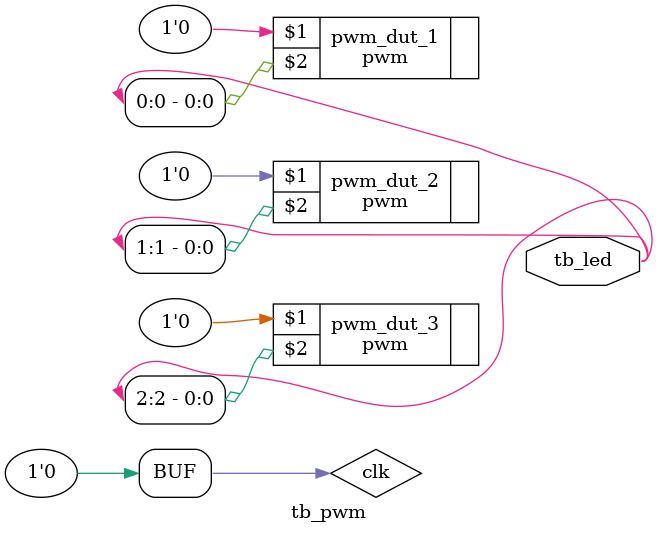
<source format=sv>
`timescale 1ps / 1ps
module tb_pwm(output logic[15:0] tb_led);

    logic clk;

    pwm #(10, 1) pwm_dut_1(clk, tb_led[0]);
    pwm #(10, 4) pwm_dut_2(clk, tb_led[1]);
    pwm #(10, 9) pwm_dut_3(clk, tb_led[2]);

    initial begin

        repeat (50) begin
            clk = 1;
            #1;
            clk = 0;
            #1;
        end
    end
endmodule

</source>
